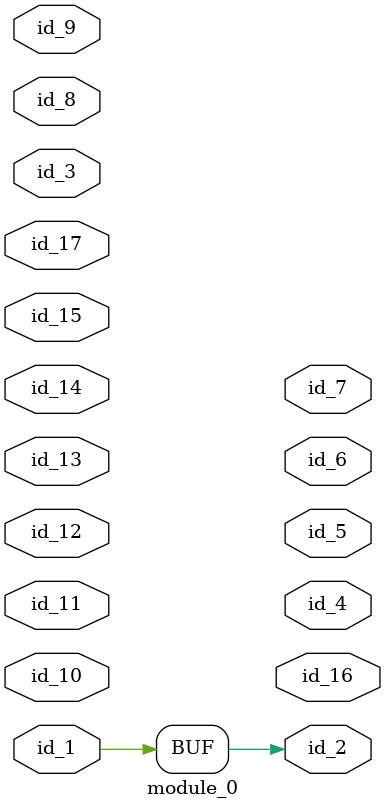
<source format=v>
module module_0 (
    id_1,
    id_2,
    id_3,
    id_4,
    id_5,
    id_6,
    id_7,
    id_8,
    id_9,
    id_10,
    id_11,
    id_12,
    id_13,
    id_14,
    id_15,
    id_16,
    id_17
);
  inout id_17;
  output id_16;
  input id_15;
  inout id_14;
  input id_13;
  input id_12;
  inout id_11;
  input id_10;
  inout id_9;
  inout id_8;
  output id_7;
  output id_6;
  output id_5;
  output id_4;
  inout id_3;
  output id_2;
  input id_1;
  assign id_2 = id_1;
endmodule
`define pp_17 0

</source>
